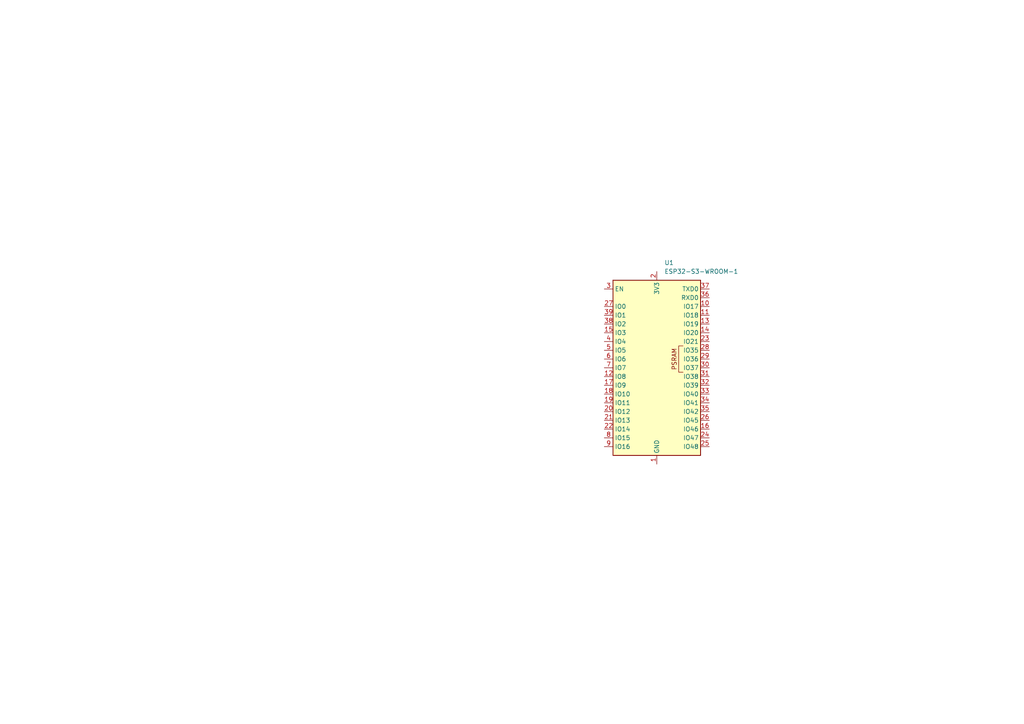
<source format=kicad_sch>
(kicad_sch (version 20231120) (generator "eeschema") (generator_version "8.0")
  (paper "A4")
  (title_block (title "Microcontroller Unit Board") (date "2024-02-28") (rev "v1.0.0") (company "Running Cadence Measurement Belt") (comment 1 "For Round 1 PCB Order"))
  (lib_symbols
    (symbol "RF_Module:ESP32-S3-WROOM-1"
      (property "Reference" "U" (at -12.7 26.67 0))
      (property "Value" "ESP32-S3-WROOM-1" (at 12.7 26.67 0))
      (symbol "ESP32-S3-WROOM-1_0_0"
        (rectangle (start -12.7 25.4) (end 12.7 -25.4) (stroke (width 0.254)) (fill (type background)))
        (text "PSRAM" (at 5.08 2.54 900) (effects (font (size 1.27 1.27))))
      )
      (symbol "ESP32-S3-WROOM-1_0_1"
        (polyline (pts (xy 7.62 -1.27) (xy 6.35 -1.27) (xy 6.35 6.35) (xy 7.62 6.35)))
      )
      (symbol "ESP32-S3-WROOM-1_1_1"
        (pin power_in line (at 0 -27.94 90) (length 2.54) (name "GND") (number "1"))
        (pin bidirectional line (at 15.24 17.78 180) (length 2.54) (name "IO17") (number "10"))
        (pin bidirectional line (at 15.24 15.24 180) (length 2.54) (name "IO18") (number "11"))
        (pin bidirectional line (at -15.24 -2.54 0) (length 2.54) (name "IO8") (number "12"))
        (pin bidirectional line (at 15.24 12.7 180) (length 2.54) (name "IO19") (number "13"))
        (pin bidirectional line (at 15.24 10.16 180) (length 2.54) (name "IO20") (number "14"))
        (pin bidirectional line (at -15.24 10.16 0) (length 2.54) (name "IO3") (number "15"))
        (pin bidirectional line (at 15.24 -17.78 180) (length 2.54) (name "IO46") (number "16"))
        (pin bidirectional line (at -15.24 -5.08 0) (length 2.54) (name "IO9") (number "17"))
        (pin bidirectional line (at -15.24 -7.62 0) (length 2.54) (name "IO10") (number "18"))
        (pin bidirectional line (at -15.24 -10.16 0) (length 2.54) (name "IO11") (number "19"))
        (pin power_in line (at 0 27.94 270) (length 2.54) (name "3V3") (number "2"))
        (pin bidirectional line (at -15.24 -12.7 0) (length 2.54) (name "IO12") (number "20"))
        (pin bidirectional line (at -15.24 -15.24 0) (length 2.54) (name "IO13") (number "21"))
        (pin bidirectional line (at -15.24 -17.78 0) (length 2.54) (name "IO14") (number "22"))
        (pin bidirectional line (at 15.24 7.62 180) (length 2.54) (name "IO21") (number "23"))
        (pin bidirectional line (at 15.24 -20.32 180) (length 2.54) (name "IO47") (number "24"))
        (pin bidirectional line (at 15.24 -22.86 180) (length 2.54) (name "IO48") (number "25"))
        (pin bidirectional line (at 15.24 -15.24 180) (length 2.54) (name "IO45") (number "26"))
        (pin bidirectional line (at -15.24 17.78 0) (length 2.54) (name "IO0") (number "27"))
        (pin bidirectional line (at 15.24 5.08 180) (length 2.54) (name "IO35") (number "28"))
        (pin bidirectional line (at 15.24 2.54 180) (length 2.54) (name "IO36") (number "29"))
        (pin input line (at -15.24 22.86 0) (length 2.54) (name "EN") (number "3"))
        (pin bidirectional line (at 15.24 0 180) (length 2.54) (name "IO37") (number "30"))
        (pin bidirectional line (at 15.24 -2.54 180) (length 2.54) (name "IO38") (number "31"))
        (pin bidirectional line (at 15.24 -5.08 180) (length 2.54) (name "IO39") (number "32"))
        (pin bidirectional line (at 15.24 -7.62 180) (length 2.54) (name "IO40") (number "33"))
        (pin bidirectional line (at 15.24 -10.16 180) (length 2.54) (name "IO41") (number "34"))
        (pin bidirectional line (at 15.24 -12.7 180) (length 2.54) (name "IO42") (number "35"))
        (pin bidirectional line (at 15.24 20.32 180) (length 2.54) (name "RXD0") (number "36"))
        (pin bidirectional line (at 15.24 22.86 180) (length 2.54) (name "TXD0") (number "37"))
        (pin bidirectional line (at -15.24 12.7 0) (length 2.54) (name "IO2") (number "38"))
        (pin bidirectional line (at -15.24 15.24 0) (length 2.54) (name "IO1") (number "39"))
        (pin bidirectional line (at -15.24 7.62 0) (length 2.54) (name "IO4") (number "4"))
        (pin passive line (at 0 -27.94 90) (length 2.54) hide (name "GND") (number "40"))
        (pin passive line (at 0 -27.94 90) (length 2.54) hide (name "GND") (number "41"))
        (pin bidirectional line (at -15.24 5.08 0) (length 2.54) (name "IO5") (number "5"))
        (pin bidirectional line (at -15.24 2.54 0) (length 2.54) (name "IO6") (number "6"))
        (pin bidirectional line (at -15.24 0 0) (length 2.54) (name "IO7") (number "7"))
        (pin bidirectional line (at -15.24 -20.32 0) (length 2.54) (name "IO15") (number "8"))
        (pin bidirectional line (at -15.24 -22.86 0) (length 2.54) (name "IO16") (number "9"))
      )
    )
  )
  (symbol (lib_id "RF_Module:ESP32-S3-WROOM-1") (at 190.5 106.68 0) (unit 1)
    (property "Reference" "U1" (at 192.6941 76.2 0) (effects (justify left)))
    (property "Value" "ESP32-S3-WROOM-1" (at 192.6941 78.74 0) (effects (justify left)))
    (property "Footprint" "RF_Module:ESP32-S3-WROOM-1" (effects (hide yes)))
    (property "Datasheet" "https://www.espressif.com/sites/default/files/documentation/esp32-s3-wroom-1_wroom-1u_datasheet_en.pdf" (effects (hide yes)))
    (property "Description" "RF Module, ESP32-S3 SoC, Wi-Fi 802.11b/g/n, Bluetooth, BLE, 32-bit, 3.3V, onboard antenna, SMD" (effects (hide yes)))
  )
)
</source>
